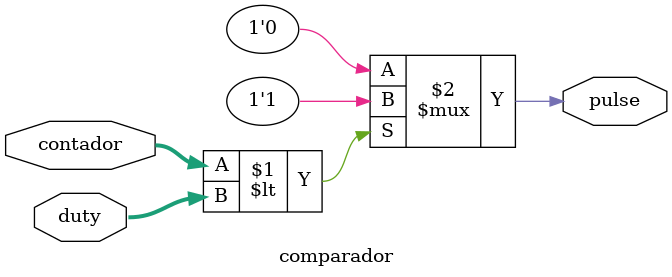
<source format=v>
module comparador(
  input [18:0]duty,
  input [18:0]contador,

  output pulse
);

assign pulse = (contador < duty) ? 1'b1 : 1'b0; //Se compara la señal de reloj con el angulo para mandar señal el servo y que este se mueva


endmodule

</source>
